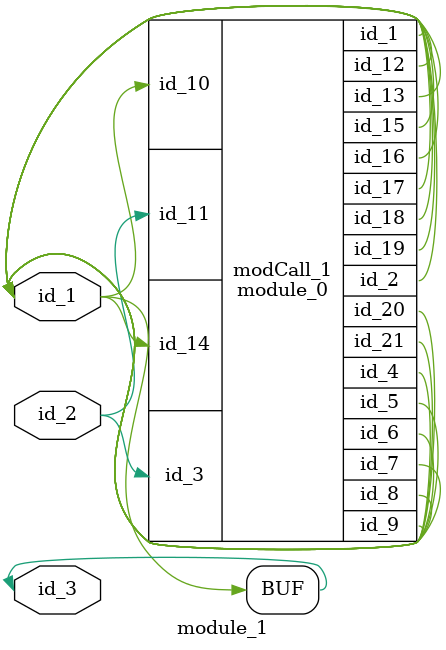
<source format=v>
module module_0 (
    id_1,
    id_2,
    id_3,
    id_4,
    id_5,
    id_6,
    id_7,
    id_8,
    id_9,
    id_10,
    id_11,
    id_12,
    id_13,
    id_14,
    id_15,
    id_16,
    id_17,
    id_18,
    id_19,
    id_20,
    id_21
);
  inout wire id_21;
  output wire id_20;
  output wire id_19;
  inout wire id_18;
  inout wire id_17;
  inout wire id_16;
  inout wire id_15;
  input wire id_14;
  output wire id_13;
  inout wire id_12;
  input wire id_11;
  input wire id_10;
  inout wire id_9;
  inout wire id_8;
  inout wire id_7;
  inout wire id_6;
  output wire id_5;
  output wire id_4;
  input wire id_3;
  output wire id_2;
  inout wire id_1;
endmodule
module module_1 (
    id_1,
    id_2,
    id_3
);
  inout wire id_3;
  input wire id_2;
  input wire id_1;
  assign id_3 = id_1;
  module_0 modCall_1 (
      id_3,
      id_3,
      id_2,
      id_3,
      id_3,
      id_3,
      id_3,
      id_3,
      id_3,
      id_3,
      id_2,
      id_3,
      id_3,
      id_3,
      id_3,
      id_3,
      id_3,
      id_3,
      id_3,
      id_3,
      id_3
  );
endmodule

</source>
